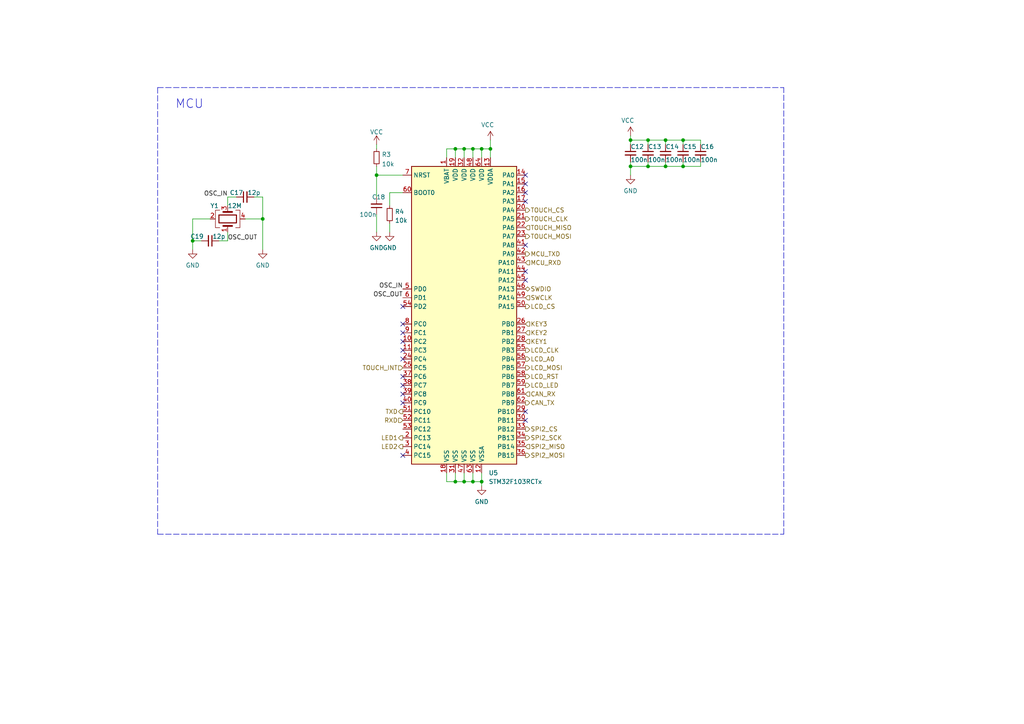
<source format=kicad_sch>
(kicad_sch (version 20211123) (generator eeschema)
  (paper "A4")
  (lib_symbols
    (symbol "Device:C_Small" (pin_numbers hide) (pin_names (offset 0.254) hide)
      (property "Reference" "C" (at 0.254 1.778 0))
      (property "Value" "C_Small" (at 0.254 -2.032 0))
      (symbol "C_Small_0_1"
        (polyline (pts (xy -1.524 -0.508) (xy 1.524 -0.508)) (stroke (width 0.3302)))
        (polyline (pts (xy -1.524 0.508) (xy 1.524 0.508)) (stroke (width 0.3048)))
      )
      (symbol "C_Small_1_1"
        (pin passive line (at 0 2.54 270) (length 2.032) (name "~") (number "1"))
        (pin passive line (at 0 -2.54 90) (length 2.032) (name "~") (number "2"))
      )
    )
    (symbol "Device:Crystal_GND24" (pin_names (offset 1.016) hide)
      (property "Reference" "Y" (at 3.175 5.08 0))
      (property "Value" "Crystal_GND24" (at 3.175 3.175 0))
      (symbol "Crystal_GND24_0_1"
        (rectangle (start -1.143 2.54) (end 1.143 -2.54) (stroke (width 0.3048)))
        (polyline (pts (xy -2.54 0) (xy -2.032 0)))
        (polyline (pts (xy -2.032 -1.27) (xy -2.032 1.27)) (stroke (width 0.508)))
        (polyline (pts (xy 0 -3.81) (xy 0 -3.556)))
        (polyline (pts (xy 0 3.556) (xy 0 3.81)))
        (polyline (pts (xy 2.032 -1.27) (xy 2.032 1.27)) (stroke (width 0.508)))
        (polyline (pts (xy 2.032 0) (xy 2.54 0)))
        (polyline (pts (xy -2.54 -2.286) (xy -2.54 -3.556) (xy 2.54 -3.556) (xy 2.54 -2.286)))
        (polyline (pts (xy -2.54 2.286) (xy -2.54 3.556) (xy 2.54 3.556) (xy 2.54 2.286)))
      )
      (symbol "Crystal_GND24_1_1"
        (pin passive line (at -3.81 0 0) (length 1.27) (name "1") (number "1"))
        (pin passive line (at 0 5.08 270) (length 1.27) (name "2") (number "2"))
        (pin passive line (at 3.81 0 180) (length 1.27) (name "3") (number "3"))
        (pin passive line (at 0 -5.08 90) (length 1.27) (name "4") (number "4"))
      )
    )
    (symbol "Device:R_Small" (pin_numbers hide) (pin_names (offset 0.254) hide)
      (property "Reference" "R" (at 0.762 0.508 0))
      (property "Value" "R_Small" (at 0.762 -1.016 0))
      (symbol "R_Small_0_1"
        (rectangle (start -0.762 1.778) (end 0.762 -1.778) (stroke (width 0.2032)))
      )
      (symbol "R_Small_1_1"
        (pin passive line (at 0 2.54 270) (length 0.762) (name "~") (number "1"))
        (pin passive line (at 0 -2.54 90) (length 0.762) (name "~") (number "2"))
      )
    )
    (symbol "MCU_ST_STM32F1:STM32F103RCTx"
      (property "Reference" "U" (at -15.24 44.45 0))
      (property "Value" "STM32F103RCTx" (at 10.16 44.45 0))
      (symbol "STM32F103RCTx_0_1"
        (rectangle (start -15.24 -43.18) (end 15.24 43.18) (stroke (width 0.254)) (fill (type background)))
      )
      (symbol "STM32F103RCTx_1_1"
        (pin power_in line (at -5.08 45.72 270) (length 2.54) (name "VBAT") (number "1"))
        (pin bidirectional line (at -17.78 -7.62 0) (length 2.54) (name "PC2") (number "10"))
        (pin bidirectional line (at -17.78 -10.16 0) (length 2.54) (name "PC3") (number "11"))
        (pin power_in line (at 5.08 -45.72 90) (length 2.54) (name "VSSA") (number "12"))
        (pin power_in line (at 7.62 45.72 270) (length 2.54) (name "VDDA") (number "13"))
        (pin bidirectional line (at 17.78 40.64 180) (length 2.54) (name "PA0") (number "14"))
        (pin bidirectional line (at 17.78 38.1 180) (length 2.54) (name "PA1") (number "15"))
        (pin bidirectional line (at 17.78 35.56 180) (length 2.54) (name "PA2") (number "16"))
        (pin bidirectional line (at 17.78 33.02 180) (length 2.54) (name "PA3") (number "17"))
        (pin power_in line (at -5.08 -45.72 90) (length 2.54) (name "VSS") (number "18"))
        (pin power_in line (at -2.54 45.72 270) (length 2.54) (name "VDD") (number "19"))
        (pin bidirectional line (at -17.78 -35.56 0) (length 2.54) (name "PC13") (number "2"))
        (pin bidirectional line (at 17.78 30.48 180) (length 2.54) (name "PA4") (number "20"))
        (pin bidirectional line (at 17.78 27.94 180) (length 2.54) (name "PA5") (number "21"))
        (pin bidirectional line (at 17.78 25.4 180) (length 2.54) (name "PA6") (number "22"))
        (pin bidirectional line (at 17.78 22.86 180) (length 2.54) (name "PA7") (number "23"))
        (pin bidirectional line (at -17.78 -12.7 0) (length 2.54) (name "PC4") (number "24"))
        (pin bidirectional line (at -17.78 -15.24 0) (length 2.54) (name "PC5") (number "25"))
        (pin bidirectional line (at 17.78 -2.54 180) (length 2.54) (name "PB0") (number "26"))
        (pin bidirectional line (at 17.78 -5.08 180) (length 2.54) (name "PB1") (number "27"))
        (pin bidirectional line (at 17.78 -7.62 180) (length 2.54) (name "PB2") (number "28"))
        (pin bidirectional line (at 17.78 -27.94 180) (length 2.54) (name "PB10") (number "29"))
        (pin bidirectional line (at -17.78 -38.1 0) (length 2.54) (name "PC14") (number "3"))
        (pin bidirectional line (at 17.78 -30.48 180) (length 2.54) (name "PB11") (number "30"))
        (pin power_in line (at -2.54 -45.72 90) (length 2.54) (name "VSS") (number "31"))
        (pin power_in line (at 0 45.72 270) (length 2.54) (name "VDD") (number "32"))
        (pin bidirectional line (at 17.78 -33.02 180) (length 2.54) (name "PB12") (number "33"))
        (pin bidirectional line (at 17.78 -35.56 180) (length 2.54) (name "PB13") (number "34"))
        (pin bidirectional line (at 17.78 -38.1 180) (length 2.54) (name "PB14") (number "35"))
        (pin bidirectional line (at 17.78 -40.64 180) (length 2.54) (name "PB15") (number "36"))
        (pin bidirectional line (at -17.78 -17.78 0) (length 2.54) (name "PC6") (number "37"))
        (pin bidirectional line (at -17.78 -20.32 0) (length 2.54) (name "PC7") (number "38"))
        (pin bidirectional line (at -17.78 -22.86 0) (length 2.54) (name "PC8") (number "39"))
        (pin bidirectional line (at -17.78 -40.64 0) (length 2.54) (name "PC15") (number "4"))
        (pin bidirectional line (at -17.78 -25.4 0) (length 2.54) (name "PC9") (number "40"))
        (pin bidirectional line (at 17.78 20.32 180) (length 2.54) (name "PA8") (number "41"))
        (pin bidirectional line (at 17.78 17.78 180) (length 2.54) (name "PA9") (number "42"))
        (pin bidirectional line (at 17.78 15.24 180) (length 2.54) (name "PA10") (number "43"))
        (pin bidirectional line (at 17.78 12.7 180) (length 2.54) (name "PA11") (number "44"))
        (pin bidirectional line (at 17.78 10.16 180) (length 2.54) (name "PA12") (number "45"))
        (pin bidirectional line (at 17.78 7.62 180) (length 2.54) (name "PA13") (number "46"))
        (pin power_in line (at 0 -45.72 90) (length 2.54) (name "VSS") (number "47"))
        (pin power_in line (at 2.54 45.72 270) (length 2.54) (name "VDD") (number "48"))
        (pin bidirectional line (at 17.78 5.08 180) (length 2.54) (name "PA14") (number "49"))
        (pin input line (at -17.78 7.62 0) (length 2.54) (name "PD0") (number "5"))
        (pin bidirectional line (at 17.78 2.54 180) (length 2.54) (name "PA15") (number "50"))
        (pin bidirectional line (at -17.78 -27.94 0) (length 2.54) (name "PC10") (number "51"))
        (pin bidirectional line (at -17.78 -30.48 0) (length 2.54) (name "PC11") (number "52"))
        (pin bidirectional line (at -17.78 -33.02 0) (length 2.54) (name "PC12") (number "53"))
        (pin bidirectional line (at -17.78 2.54 0) (length 2.54) (name "PD2") (number "54"))
        (pin bidirectional line (at 17.78 -10.16 180) (length 2.54) (name "PB3") (number "55"))
        (pin bidirectional line (at 17.78 -12.7 180) (length 2.54) (name "PB4") (number "56"))
        (pin bidirectional line (at 17.78 -15.24 180) (length 2.54) (name "PB5") (number "57"))
        (pin bidirectional line (at 17.78 -17.78 180) (length 2.54) (name "PB6") (number "58"))
        (pin bidirectional line (at 17.78 -20.32 180) (length 2.54) (name "PB7") (number "59"))
        (pin input line (at -17.78 5.08 0) (length 2.54) (name "PD1") (number "6"))
        (pin input line (at -17.78 35.56 0) (length 2.54) (name "BOOT0") (number "60"))
        (pin bidirectional line (at 17.78 -22.86 180) (length 2.54) (name "PB8") (number "61"))
        (pin bidirectional line (at 17.78 -25.4 180) (length 2.54) (name "PB9") (number "62"))
        (pin power_in line (at 2.54 -45.72 90) (length 2.54) (name "VSS") (number "63"))
        (pin power_in line (at 5.08 45.72 270) (length 2.54) (name "VDD") (number "64"))
        (pin input line (at -17.78 40.64 0) (length 2.54) (name "NRST") (number "7"))
        (pin bidirectional line (at -17.78 -2.54 0) (length 2.54) (name "PC0") (number "8"))
        (pin bidirectional line (at -17.78 -5.08 0) (length 2.54) (name "PC1") (number "9"))
      )
    )
    (symbol "power:GND" (power) (pin_names (offset 0))
      (property "Value" "GND" (at 0 -3.81 0))
      (symbol "GND_0_1"
        (polyline (pts (xy 0 0) (xy 0 -1.27) (xy 1.27 -1.27) (xy 0 -2.54) (xy -1.27 -1.27) (xy 0 -1.27)))
      )
      (symbol "GND_1_1"
        (pin power_in line (at 0 0 270) (length 0) hide (name "GND") (number "1"))
      )
    )
    (symbol "power:VCC" (power) (pin_names (offset 0))
      (property "Value" "VCC" (at 0 3.81 0))
      (symbol "VCC_0_1"
        (polyline (pts (xy -0.762 1.27) (xy 0 2.54)))
        (polyline (pts (xy 0 0) (xy 0 2.54)))
        (polyline (pts (xy 0 2.54) (xy 0.762 1.27)))
      )
      (symbol "VCC_1_1"
        (pin power_in line (at 0 0 90) (length 0) hide (name "VCC") (number "1"))
      )
    )
  )
  (junction (at 139.7 139.7))
  (junction (at 142.24 43.18))
  (junction (at 55.88 69.85))
  (junction (at 132.08 43.18))
  (junction (at 134.62 139.7))
  (junction (at 198.12 40.64))
  (junction (at 193.04 40.64))
  (junction (at 193.04 48.26))
  (junction (at 187.96 40.64))
  (junction (at 139.7 43.18))
  (junction (at 198.12 48.26))
  (junction (at 182.88 40.64))
  (junction (at 76.2 63.5))
  (junction (at 132.08 139.7))
  (junction (at 187.96 48.26))
  (junction (at 182.88 48.26))
  (junction (at 137.16 139.7))
  (junction (at 109.22 50.8))
  (junction (at 137.16 43.18))
  (junction (at 134.62 43.18))
  (no_connect (at 116.84 96.52))
  (no_connect (at 152.4 55.88))
  (no_connect (at 116.84 109.22))
  (no_connect (at 116.84 111.76))
  (no_connect (at 116.84 104.14))
  (no_connect (at 116.84 101.6))
  (no_connect (at 152.4 81.28))
  (no_connect (at 152.4 78.74))
  (no_connect (at 152.4 71.12))
  (no_connect (at 116.84 116.84))
  (no_connect (at 116.84 132.08))
  (no_connect (at 116.84 114.3))
  (no_connect (at 152.4 58.42))
  (no_connect (at 152.4 119.38))
  (no_connect (at 116.84 93.98))
  (no_connect (at 116.84 99.06))
  (no_connect (at 152.4 50.8))
  (no_connect (at 152.4 53.34))
  (no_connect (at 116.84 88.9))
  (no_connect (at 152.4 121.92))
  (wire (pts (xy 142.24 43.18) (xy 142.24 45.72)))
  (wire (pts (xy 132.08 139.7) (xy 132.08 137.16)))
  (wire (pts (xy 113.03 64.77) (xy 113.03 67.31)))
  (wire (pts (xy 139.7 43.18) (xy 139.7 45.72)))
  (wire (pts (xy 132.08 139.7) (xy 134.62 139.7)))
  (wire (pts (xy 137.16 139.7) (xy 137.16 137.16)))
  (wire (pts (xy 129.54 43.18) (xy 132.08 43.18)))
  (wire (pts (xy 193.04 48.26) (xy 193.04 46.99)))
  (wire (pts (xy 198.12 48.26) (xy 198.12 46.99)))
  (wire (pts (xy 137.16 43.18) (xy 139.7 43.18)))
  (wire (pts (xy 198.12 48.26) (xy 203.2 48.26)))
  (wire (pts (xy 187.96 48.26) (xy 187.96 46.99)))
  (wire (pts (xy 182.88 40.64) (xy 182.88 41.91)))
  (wire (pts (xy 55.88 69.85) (xy 55.88 63.5)))
  (wire (pts (xy 58.42 69.85) (xy 55.88 69.85)))
  (wire (pts (xy 129.54 139.7) (xy 132.08 139.7)))
  (wire (pts (xy 55.88 63.5) (xy 60.96 63.5)))
  (polyline (pts (xy 45.72 154.94) (xy 227.33 154.94)))
  (wire (pts (xy 109.22 41.91) (xy 109.22 43.18)))
  (wire (pts (xy 198.12 40.64) (xy 198.12 41.91)))
  (wire (pts (xy 187.96 40.64) (xy 193.04 40.64)))
  (wire (pts (xy 182.88 48.26) (xy 187.96 48.26)))
  (wire (pts (xy 182.88 48.26) (xy 182.88 46.99)))
  (wire (pts (xy 76.2 63.5) (xy 76.2 57.15)))
  (wire (pts (xy 109.22 48.26) (xy 109.22 50.8)))
  (wire (pts (xy 198.12 40.64) (xy 203.2 40.64)))
  (wire (pts (xy 109.22 62.23) (xy 109.22 67.31)))
  (wire (pts (xy 182.88 40.64) (xy 187.96 40.64)))
  (wire (pts (xy 139.7 139.7) (xy 139.7 140.97)))
  (wire (pts (xy 142.24 40.64) (xy 142.24 43.18)))
  (wire (pts (xy 182.88 39.37) (xy 182.88 40.64)))
  (wire (pts (xy 187.96 40.64) (xy 187.96 41.91)))
  (wire (pts (xy 182.88 48.26) (xy 182.88 50.8)))
  (wire (pts (xy 71.12 63.5) (xy 76.2 63.5)))
  (polyline (pts (xy 45.72 25.4) (xy 227.33 25.4)))
  (wire (pts (xy 134.62 43.18) (xy 137.16 43.18)))
  (wire (pts (xy 76.2 57.15) (xy 73.66 57.15)))
  (wire (pts (xy 134.62 139.7) (xy 137.16 139.7)))
  (wire (pts (xy 193.04 40.64) (xy 193.04 41.91)))
  (polyline (pts (xy 227.33 154.94) (xy 227.33 25.4)))
  (wire (pts (xy 113.03 59.69) (xy 113.03 55.88)))
  (polyline (pts (xy 45.72 25.4) (xy 45.72 154.94)))
  (wire (pts (xy 137.16 139.7) (xy 139.7 139.7)))
  (wire (pts (xy 187.96 48.26) (xy 193.04 48.26)))
  (wire (pts (xy 66.04 57.15) (xy 66.04 59.69)))
  (wire (pts (xy 129.54 43.18) (xy 129.54 45.72)))
  (wire (pts (xy 203.2 48.26) (xy 203.2 46.99)))
  (wire (pts (xy 55.88 69.85) (xy 55.88 72.39)))
  (wire (pts (xy 203.2 40.64) (xy 203.2 41.91)))
  (wire (pts (xy 134.62 43.18) (xy 134.62 45.72)))
  (wire (pts (xy 66.04 69.85) (xy 66.04 67.31)))
  (wire (pts (xy 132.08 43.18) (xy 134.62 43.18)))
  (wire (pts (xy 109.22 50.8) (xy 116.84 50.8)))
  (wire (pts (xy 132.08 43.18) (xy 132.08 45.72)))
  (wire (pts (xy 109.22 50.8) (xy 109.22 57.15)))
  (wire (pts (xy 193.04 48.26) (xy 198.12 48.26)))
  (wire (pts (xy 193.04 40.64) (xy 198.12 40.64)))
  (wire (pts (xy 139.7 43.18) (xy 142.24 43.18)))
  (wire (pts (xy 76.2 63.5) (xy 76.2 72.39)))
  (wire (pts (xy 63.5 69.85) (xy 66.04 69.85)))
  (wire (pts (xy 129.54 139.7) (xy 129.54 137.16)))
  (wire (pts (xy 68.58 57.15) (xy 66.04 57.15)))
  (wire (pts (xy 113.03 55.88) (xy 116.84 55.88)))
  (wire (pts (xy 139.7 139.7) (xy 139.7 137.16)))
  (wire (pts (xy 137.16 43.18) (xy 137.16 45.72)))
  (wire (pts (xy 134.62 139.7) (xy 134.62 137.16)))
  (text "MCU" (at 50.8 31.75 0) (effects (font (size 2.54 2.54)) (justify left bottom)))
  (label "OSC_IN" (at 66.04 57.15 180))
  (label "OSC_OUT" (at 116.84 86.36 180))
  (label "OSC_OUT" (at 66.04 69.85 0))
  (label "OSC_IN" (at 116.84 83.82 180))
  (hierarchical_label "LCD_MOSI" (shape output) (at 152.4 106.68 0))
  (hierarchical_label "LCD_LED" (shape output) (at 152.4 111.76 0))
  (hierarchical_label "TXD" (shape output) (at 116.84 119.38 180))
  (hierarchical_label "RXD" (shape input) (at 116.84 121.92 180))
  (hierarchical_label "TOUCH_MOSI" (shape output) (at 152.4 68.58 0))
  (hierarchical_label "LCD_CS" (shape output) (at 152.4 88.9 0))
  (hierarchical_label "SWDIO" (shape bidirectional) (at 152.4 83.82 0))
  (hierarchical_label "SPI2_CS" (shape output) (at 152.4 124.46 0))
  (hierarchical_label "CAN_RX" (shape input) (at 152.4 114.3 0))
  (hierarchical_label "MCU_TXD" (shape output) (at 152.4 73.66 0))
  (hierarchical_label "SWCLK" (shape input) (at 152.4 86.36 0))
  (hierarchical_label "LCD_A0" (shape output) (at 152.4 104.14 0))
  (hierarchical_label "TOUCH_MISO" (shape input) (at 152.4 66.04 0))
  (hierarchical_label "TOUCH_CS" (shape output) (at 152.4 60.96 0))
  (hierarchical_label "LCD_RST" (shape output) (at 152.4 109.22 0))
  (hierarchical_label "SPI2_MISO" (shape input) (at 152.4 129.54 0))
  (hierarchical_label "MCU_RXD" (shape input) (at 152.4 76.2 0))
  (hierarchical_label "LCD_CLK" (shape output) (at 152.4 101.6 0))
  (hierarchical_label "SPI2_MOSI" (shape output) (at 152.4 132.08 0))
  (hierarchical_label "TOUCH_INT" (shape input) (at 116.84 106.68 180))
  (hierarchical_label "TOUCH_CLK" (shape output) (at 152.4 63.5 0))
  (hierarchical_label "SPI2_SCK" (shape output) (at 152.4 127 0))
  (hierarchical_label "KEY1" (shape input) (at 152.4 99.06 0))
  (hierarchical_label "KEY3" (shape input) (at 152.4 93.98 0))
  (hierarchical_label "LED1" (shape output) (at 116.84 127 180))
  (hierarchical_label "LED2" (shape output) (at 116.84 129.54 180))
  (hierarchical_label "KEY2" (shape input) (at 152.4 96.52 0))
  (hierarchical_label "CAN_TX" (shape output) (at 152.4 116.84 0))
  (symbol (lib_id "MCU_ST_STM32F1:STM32F103RCTx") (at 134.62 91.44 0) (unit 1)
    (property "Reference" "U5" (at 141.7194 137.16 0) (effects (justify left)))
    (property "Value" "STM32F103RCTx" (at 141.7194 139.7 0) (effects (justify left)))
    (property "Footprint" "Package_QFP:LQFP-64_10x10mm_P0.5mm" (effects hide))
    (property "Datasheet" "http://www.st.com/st-web-ui/static/active/en/resource/technical/document/datasheet/CD00191185.pdf" (effects hide))
  )
  (symbol (lib_id "Device:C_Small") (at 60.96 69.85 270) (mirror x) (unit 1)
    (property "Reference" "C19" (at 57.15 68.58 90))
    (property "Value" "12p" (at 63.5 68.58 90))
    (property "Footprint" "Capacitor_SMD:C_0603_1608Metric" (effects hide))
  )
  (symbol (lib_id "power:VCC") (at 142.24 40.64 0) (unit 1)
    (property "Reference" "#PWR035" (effects hide))
    (property "Value" "VCC" (at 141.4272 36.2204 0))
  )
  (symbol (lib_id "Device:C_Small") (at 198.12 44.45 0) (unit 1)
    (property "Reference" "C15" (at 198.12 42.545 0) (effects (justify left)))
    (property "Value" "100n" (at 198.12 46.355 0) (effects (justify left)))
    (property "Footprint" "Capacitor_SMD:C_0603_1608Metric" (effects hide))
  )
  (symbol (lib_id "power:GND") (at 109.22 67.31 0) (unit 1)
    (property "Reference" "#PWR039" (effects hide))
    (property "Value" "GND" (at 109.22 71.8725 0))
  )
  (symbol (lib_id "Device:C_Small") (at 187.96 44.45 0) (unit 1)
    (property "Reference" "C13" (at 187.96 42.545 0) (effects (justify left)))
    (property "Value" "100n" (at 187.96 46.355 0) (effects (justify left)))
    (property "Footprint" "Capacitor_SMD:C_0603_1608Metric" (effects hide))
  )
  (symbol (lib_id "power:GND") (at 55.88 72.39 0) (unit 1)
    (property "Reference" "#PWR041" (effects hide))
    (property "Value" "GND" (at 55.88 76.9525 0))
  )
  (symbol (lib_id "Device:C_Small") (at 182.88 44.45 0) (unit 1)
    (property "Reference" "C12" (at 182.88 42.545 0) (effects (justify left)))
    (property "Value" "100n" (at 182.88 46.355 0) (effects (justify left)))
    (property "Footprint" "Capacitor_SMD:C_0603_1608Metric" (effects hide))
  )
  (symbol (lib_id "power:GND") (at 139.7 140.97 0) (unit 1)
    (property "Reference" "#PWR043" (effects hide))
    (property "Value" "GND" (at 139.7 145.5325 0))
  )
  (symbol (lib_id "Device:Crystal_GND24") (at 66.04 63.5 90) (unit 1)
    (property "Reference" "Y1" (at 60.96 59.69 90) (effects (justify right)))
    (property "Value" "12M" (at 66.04 59.69 90) (effects (justify right)))
    (property "Footprint" "Crystal:Crystal_SMD_3225-4Pin_3.2x2.5mm" (effects hide))
  )
  (symbol (lib_id "Device:C_Small") (at 71.12 57.15 90) (unit 1)
    (property "Reference" "C17" (at 68.58 55.88 90))
    (property "Value" "12p" (at 73.66 55.88 90))
    (property "Footprint" "Capacitor_SMD:C_0603_1608Metric" (effects hide))
  )
  (symbol (lib_id "power:VCC") (at 109.22 41.91 0) (unit 1)
    (property "Reference" "#PWR036" (effects hide))
    (property "Value" "VCC" (at 109.22 38.3055 0))
  )
  (symbol (lib_id "Device:C_Small") (at 109.22 59.69 180) (unit 1)
    (property "Reference" "C18" (at 111.76 57.15 0) (effects (justify left)))
    (property "Value" "100n" (at 109.22 62.23 0) (effects (justify left)))
    (property "Footprint" "Capacitor_SMD:C_0603_1608Metric" (effects hide))
  )
  (symbol (lib_id "power:GND") (at 76.2 72.39 0) (unit 1)
    (property "Reference" "#PWR042" (effects hide))
    (property "Value" "GND" (at 76.2 76.9525 0))
  )
  (symbol (lib_id "Device:C_Small") (at 193.04 44.45 0) (unit 1)
    (property "Reference" "C14" (at 193.04 42.545 0) (effects (justify left)))
    (property "Value" "100n" (at 193.04 46.355 0) (effects (justify left)))
    (property "Footprint" "Capacitor_SMD:C_0603_1608Metric" (effects hide))
  )
  (symbol (lib_id "Device:R_Small") (at 109.22 45.72 0) (unit 1)
    (property "Reference" "R3" (at 110.7186 44.8115 0) (effects (justify left)))
    (property "Value" "10k" (at 110.7186 47.5866 0) (effects (justify left)))
    (property "Footprint" "Resistor_SMD:R_0603_1608Metric" (effects hide))
  )
  (symbol (lib_id "power:GND") (at 113.03 67.31 0) (unit 1)
    (property "Reference" "#PWR040" (effects hide))
    (property "Value" "GND" (at 113.03 71.8725 0))
  )
  (symbol (lib_id "Device:R_Small") (at 113.03 62.23 0) (unit 1)
    (property "Reference" "R4" (at 114.5286 61.3953 0) (effects (justify left)))
    (property "Value" "10k" (at 114.5286 63.9322 0) (effects (justify left)))
    (property "Footprint" "Resistor_SMD:R_0603_1608Metric" (effects hide))
  )
  (symbol (lib_id "power:GND") (at 182.88 50.8 0) (unit 1)
    (property "Reference" "#PWR037" (effects hide))
    (property "Value" "GND" (at 182.88 55.3625 0))
  )
  (symbol (lib_id "Device:C_Small") (at 203.2 44.45 0) (unit 1)
    (property "Reference" "C16" (at 203.2 42.545 0) (effects (justify left)))
    (property "Value" "100n" (at 203.2 46.355 0) (effects (justify left)))
    (property "Footprint" "Capacitor_SMD:C_0603_1608Metric" (effects hide))
  )
  (symbol (lib_id "power:VCC") (at 182.88 39.37 0) (unit 1)
    (property "Reference" "#PWR034" (effects hide))
    (property "Value" "VCC" (at 182.0672 34.9504 0))
  )
)
</source>
